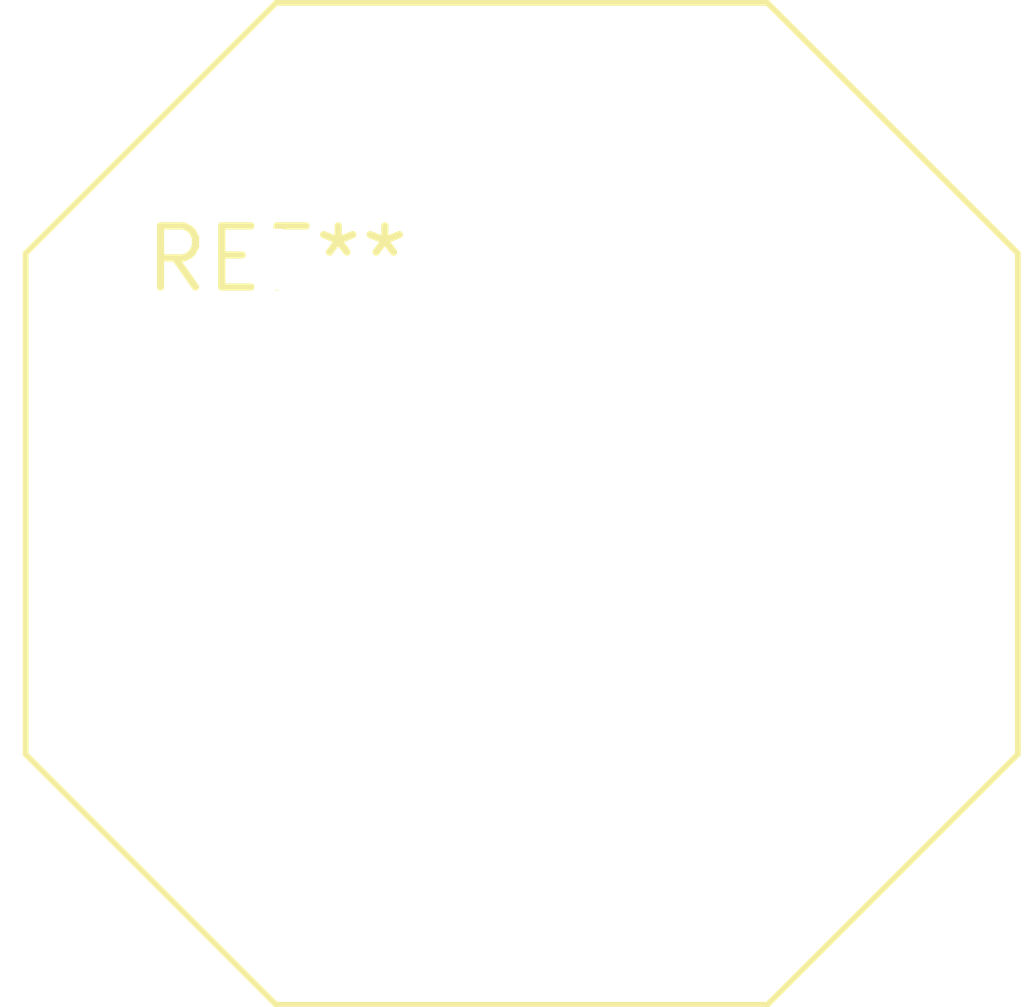
<source format=kicad_pcb>
(kicad_pcb (version 20240108) (generator pcbnew)
  (layers (0 "F.Cu" signal) (31 "B.Cu" signal) (34 "B.Paste" user) (35 "F.Paste" user) (36 "B.SilkS" user "B.Silkscreen") (37 "F.SilkS" user "F.Silkscreen") (38 "B.Mask" user) (39 "F.Mask" user) (44 "Edge.Cuts" user))
  (net 0 "")
  (footprint "L_SELF1418" (layer "F.Cu") (at 0 0)
    (property "Reference" "REF**")
    (property "Value" "L_SELF1418")
    (fp_line (start -5.22 -0.12) (end -0.02 -5.32) (layer "F.SilkS") (stroke (width 0.12)))
    (fp_line (start -5.22 -0.02) (end -5.22 -0.12) (layer "F.SilkS") (stroke (width 0.12)))
    (fp_line (start -5.22 10.28) (end -5.22 -0.02) (layer "F.SilkS") (stroke (width 0.12)))
    (fp_line (start -0.02 -5.32) (end 10.18 -5.32) (layer "F.SilkS") (stroke (width 0.12)))
    (fp_line (start -0.02 15.48) (end -5.22 10.28) (layer "F.SilkS") (stroke (width 0.12)))
    (fp_line (start 10.18 -5.32) (end 15.38 -0.12) (layer "F.SilkS") (stroke (width 0.12)))
    (fp_line (start 10.18 15.48) (end -0.02 15.48) (layer "F.SilkS") (stroke (width 0.12)))
    (fp_line (start 15.38 -0.12) (end 15.38 10.18) (layer "F.SilkS") (stroke (width 0.12)))
    (fp_line (start 15.38 10.18) (end 15.38 10.28) (layer "F.SilkS") (stroke (width 0.12)))
    (fp_line (start 15.38 10.28) (end 10.18 15.48) (layer "F.SilkS") (stroke (width 0.12)))
    (pad "" thru_hole circle (at -2.54 5.08) (size 2.03 2.03) (drill 1.27) (layers *.Cu *.Mask) (remove_unused_layers))
    (pad "" thru_hole circle (at 12.7 5.08) (size 2.03 2.03) (drill 1.27) (layers *.Cu *.Mask) (remove_unused_layers))
    (pad "1" thru_hole circle (at 0 0) (size 2.03 2.03) (drill 1.27) (layers *.Cu *.Mask) (remove_unused_layers))
    (pad "1" thru_hole circle (at 0 2.54) (size 2.03 2.03) (drill 1.27) (layers *.Cu *.Mask) (remove_unused_layers))
    (pad "2" thru_hole circle (at 10.16 0) (size 2.03 2.03) (drill 1.27) (layers *.Cu *.Mask) (remove_unused_layers))
    (pad "2" thru_hole circle (at 10.16 2.54) (size 2.03 2.03) (drill 1.27) (layers *.Cu *.Mask) (remove_unused_layers))
    (pad "3" thru_hole circle (at 10.16 7.62) (size 2.03 2.03) (drill 1.27) (layers *.Cu *.Mask) (remove_unused_layers))
    (pad "3" thru_hole circle (at 10.16 10.16) (size 2.03 2.03) (drill 1.27) (layers *.Cu *.Mask) (remove_unused_layers))
    (pad "4" thru_hole circle (at 0 7.62) (size 2.03 2.03) (drill 1.27) (layers *.Cu *.Mask) (remove_unused_layers))
    (pad "4" thru_hole circle (at 0 10.16) (size 2.03 2.03) (drill 1.27) (layers *.Cu *.Mask) (remove_unused_layers))
  )
)
</source>
